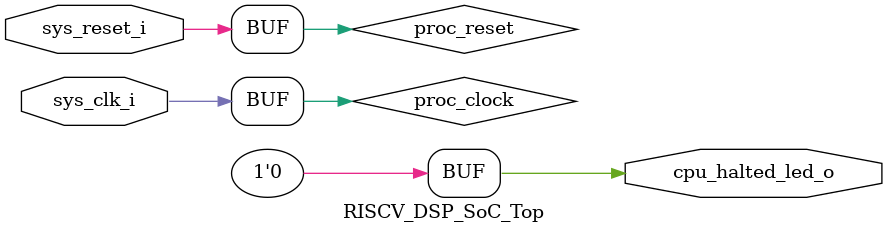
<source format=v>
`timescale 1ns / 1ps


module RISCV_DSP_SoC_Top (
    input wire sys_clk_i,   // System clock input
    input wire sys_reset_i, // System reset input (active high for this top level)

    // Example output for status (e.g., to an LED)
    // output wire dsp_done_led_o, // Example, not implemented via DSP output yet
    output wire cpu_halted_led_o // Tied to a signal indicating C program end for visual cue
);

    // Internal signals
    wire proc_clock;
    wire proc_reset; // PROCESSOR module uses active high reset

    // Clock management (e.g., using a PLL/MMCM later, for now direct connection or buffer)
    // For simplicity, assume sys_clk_i can directly drive proc_clock
    assign proc_clock = sys_clk_i;

    // Reset synchronization (optional but good practice, for now direct)
    // Ensure proc_reset is synchronous to proc_clock if sys_reset_i is asynchronous
    // For this example, sys_reset_i is assumed to be synchronous or properly handled externally.
    assign proc_reset = sys_reset_i;


    // Instantiate the PROCESSOR system
    // Note: The PROCESSOR module itself includes:
    // IFU (with INST_MEM), CONTROL, DATAPATH (with REG_FILE),
    // BUS_INTERCONNECT, DATA_MEM, and DSP_CONV1D.
    PROCESSOR processor_inst (
        .clock(proc_clock),
        .reset(proc_reset),
        .zero() // zero flag from ALU, not used at top level currently
    );

    // Example: Drive an LED if the CPU writes a specific "halt" signature
    // This requires the C program to write to a specific, unused DATA_MEM location
    // that the testbench or this top module can monitor.
    // Let's say C program at end writes to DATA_MEM[254] = 0xDEADBEEF
    // This is a simplified way to show program completion on FPGA if no UART/debug.
    // IMPORTANT: Hierarchical access like this is primarily for simulation.
    // For synthesis, this signal would need to be explicitly output from PROCESSOR.v,
    // or use specific synthesis attributes if available (e.g., DONT_TOUCH on the path,
    // then tap it, though this is less portable/clean).
    // A cleaner method is a dedicated status register or output port from PROCESSOR.
    assign cpu_halted_led_o = (processor_inst.data_memory_module.memory_array[254] == 32'hDEADBEEF);

    // To drive dsp_done_led_o, you'd need to bring dsp_done signal to top:
    // Example (requires dsp_done_o port on PROCESSOR, connected to DSP's done_r):
    // wire dsp_module_done_w; // Assume this comes from an output of processor_inst
    // assign dsp_done_led_o = dsp_module_done_w;

endmodule

</source>
